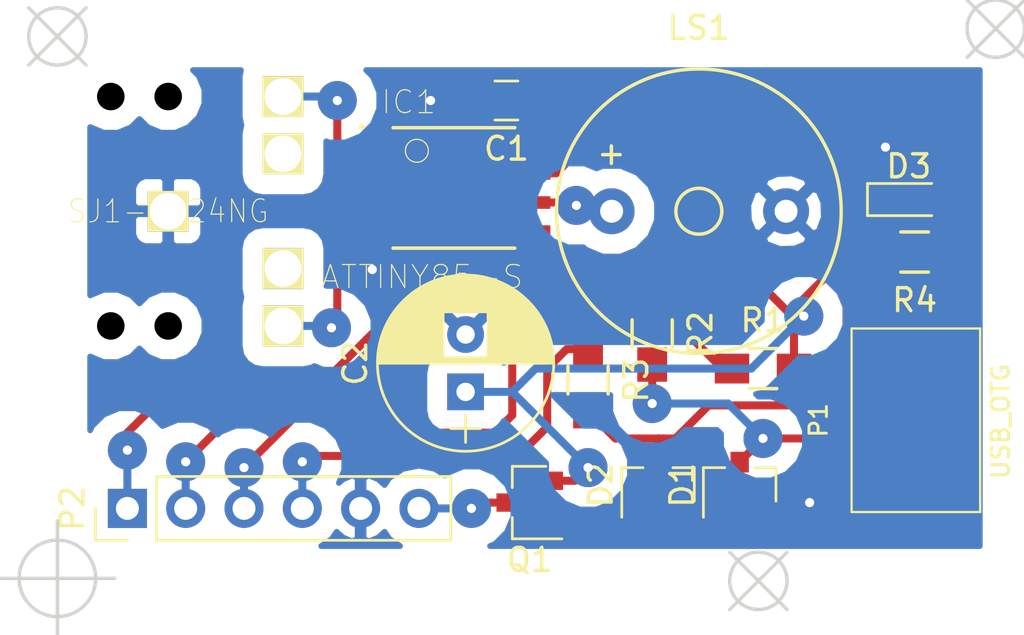
<source format=kicad_pcb>
(kicad_pcb (version 20160815) (host pcbnew "(2016-12-18 revision 3ffa37c)-master")

  (general
    (links 32)
    (no_connects 0)
    (area 0 0 0 0)
    (thickness 1.6)
    (drawings 4)
    (tracks 152)
    (zones 0)
    (modules 15)
    (nets 15)
  )

  (page USLetter)
  (layers
    (0 F.Cu signal)
    (31 B.Cu signal)
    (32 B.Adhes user)
    (33 F.Adhes user)
    (34 B.Paste user hide)
    (35 F.Paste user)
    (36 B.SilkS user hide)
    (37 F.SilkS user hide)
    (38 B.Mask user)
    (39 F.Mask user)
    (40 Dwgs.User user hide)
    (41 Cmts.User user)
    (42 Eco1.User user)
    (43 Eco2.User user hide)
    (44 Edge.Cuts user)
    (45 Margin user)
    (46 B.CrtYd user hide)
    (47 F.CrtYd user)
    (48 B.Fab user)
    (49 F.Fab user hide)
  )

  (setup
    (last_trace_width 0.35)
    (user_trace_width 0.25)
    (trace_clearance 0.25)
    (zone_clearance 0.85)
    (zone_45_only no)
    (trace_min 0.2)
    (segment_width 0.2)
    (edge_width 0.15)
    (via_size 1.7)
    (via_drill 0.4)
    (via_min_size 0.4)
    (via_min_drill 0.3)
    (uvia_size 0.3)
    (uvia_drill 0.1)
    (uvias_allowed no)
    (uvia_min_size 0.2)
    (uvia_min_drill 0.1)
    (pcb_text_width 0.3)
    (pcb_text_size 1.5 1.5)
    (mod_edge_width 0.15)
    (mod_text_size 1 1)
    (mod_text_width 0.15)
    (pad_size 1.524 1.524)
    (pad_drill 0.762)
    (pad_to_mask_clearance 0.2)
    (aux_axis_origin 0 0)
    (visible_elements FFFFFF7F)
    (pcbplotparams
      (layerselection 0x00080_7ffffffe)
      (usegerberextensions false)
      (excludeedgelayer false)
      (linewidth 0.100000)
      (plotframeref false)
      (viasonmask true)
      (mode 1)
      (useauxorigin false)
      (hpglpennumber 1)
      (hpglpenspeed 20)
      (hpglpendiameter 15)
      (psnegative false)
      (psa4output false)
      (plotreference true)
      (plotvalue true)
      (plotinvisibletext false)
      (padsonsilk false)
      (subtractmaskfromsilk false)
      (outputformat 4)
      (mirror true)
      (drillshape 0)
      (scaleselection 1)
      (outputdirectory ""))
  )

  (net 0 "")
  (net 1 GND)
  (net 2 +5V)
  (net 3 DIT)
  (net 4 DAH)
  (net 5 "Net-(U3-Pad4)")
  (net 6 "Net-(P1-Pad4)")
  (net 7 SCK)
  (net 8 MISO)
  (net 9 MOSI)
  (net 10 RESET)
  (net 11 "Net-(P2-Pad6)")
  (net 12 "Net-(D3-Pad2)")
  (net 13 "Net-(D2-Pad1)")
  (net 14 "Net-(D1-Pad1)")

  (net_class Default "This is the default net class."
    (clearance 0.25)
    (trace_width 0.35)
    (via_dia 1.7)
    (via_drill 0.4)
    (uvia_dia 0.3)
    (uvia_drill 0.1)
    (diff_pair_gap 0.25)
    (diff_pair_width 0.2)
    (add_net +5V)
    (add_net DAH)
    (add_net DIT)
    (add_net GND)
    (add_net MISO)
    (add_net MOSI)
    (add_net "Net-(D1-Pad1)")
    (add_net "Net-(D2-Pad1)")
    (add_net "Net-(D3-Pad2)")
    (add_net "Net-(P1-Pad4)")
    (add_net "Net-(P2-Pad6)")
    (add_net "Net-(U3-Pad4)")
    (add_net RESET)
    (add_net SCK)
  )

  (module LEDs:LED_0805 (layer F.Cu) (tedit 57FE93EC) (tstamp 589F80C9)
    (at 160.782 64.77)
    (descr "LED 0805 smd package")
    (tags "LED led 0805 SMD smd SMT smt smdled SMDLED smtled SMTLED")
    (path /589F7DAF)
    (attr smd)
    (fp_text reference D3 (at 0 -1.45) (layer F.SilkS)
      (effects (font (size 1 1) (thickness 0.15)))
    )
    (fp_text value LED (at 0 1.55) (layer F.Fab)
      (effects (font (size 1 1) (thickness 0.15)))
    )
    (fp_line (start -1.95 -0.85) (end 1.95 -0.85) (layer F.CrtYd) (width 0.05))
    (fp_line (start -1.95 0.85) (end -1.95 -0.85) (layer F.CrtYd) (width 0.05))
    (fp_line (start 1.95 0.85) (end -1.95 0.85) (layer F.CrtYd) (width 0.05))
    (fp_line (start 1.95 -0.85) (end 1.95 0.85) (layer F.CrtYd) (width 0.05))
    (fp_line (start -1.8 -0.7) (end 1 -0.7) (layer F.SilkS) (width 0.12))
    (fp_line (start -1.8 0.7) (end 1 0.7) (layer F.SilkS) (width 0.12))
    (fp_line (start -1 0.6) (end -1 -0.6) (layer F.Fab) (width 0.1))
    (fp_line (start -1 -0.6) (end 1 -0.6) (layer F.Fab) (width 0.1))
    (fp_line (start 1 -0.6) (end 1 0.6) (layer F.Fab) (width 0.1))
    (fp_line (start 1 0.6) (end -1 0.6) (layer F.Fab) (width 0.1))
    (fp_line (start 0.2 -0.4) (end 0.2 0.4) (layer F.Fab) (width 0.1))
    (fp_line (start 0.2 0.4) (end -0.4 0) (layer F.Fab) (width 0.1))
    (fp_line (start -0.4 0) (end 0.2 -0.4) (layer F.Fab) (width 0.1))
    (fp_line (start -0.4 -0.4) (end -0.4 0.4) (layer F.Fab) (width 0.1))
    (fp_line (start -1.8 -0.7) (end -1.8 0.7) (layer F.SilkS) (width 0.12))
    (pad 1 smd rect (at -1.1 0 180) (size 1.2 1.2) (layers F.Cu F.Paste F.Mask)
      (net 1 GND))
    (pad 2 smd rect (at 1.1 0 180) (size 1.2 1.2) (layers F.Cu F.Paste F.Mask)
      (net 12 "Net-(D3-Pad2)"))
    (model LEDs.3dshapes/LED_0805.wrl
      (at (xyz 0 0 0))
      (scale (xyz 1 1 1))
      (rotate (xyz 0 0 180))
    )
  )

  (module Resistors_SMD:R_0805_HandSoldering (layer F.Cu) (tedit 58307B90) (tstamp 589F808B)
    (at 161.036 67.056 180)
    (descr "Resistor SMD 0805, hand soldering")
    (tags "resistor 0805")
    (path /589F7D3E)
    (attr smd)
    (fp_text reference R4 (at 0 -2.1 180) (layer F.SilkS)
      (effects (font (size 1 1) (thickness 0.15)))
    )
    (fp_text value R_Small (at 0 2.1 180) (layer F.Fab)
      (effects (font (size 1 1) (thickness 0.15)))
    )
    (fp_line (start -0.6 -0.875) (end 0.6 -0.875) (layer F.SilkS) (width 0.15))
    (fp_line (start 0.6 0.875) (end -0.6 0.875) (layer F.SilkS) (width 0.15))
    (fp_line (start 2.4 -1) (end 2.4 1) (layer F.CrtYd) (width 0.05))
    (fp_line (start -2.4 -1) (end -2.4 1) (layer F.CrtYd) (width 0.05))
    (fp_line (start -2.4 1) (end 2.4 1) (layer F.CrtYd) (width 0.05))
    (fp_line (start -2.4 -1) (end 2.4 -1) (layer F.CrtYd) (width 0.05))
    (fp_line (start -1 -0.625) (end 1 -0.625) (layer F.Fab) (width 0.1))
    (fp_line (start 1 -0.625) (end 1 0.625) (layer F.Fab) (width 0.1))
    (fp_line (start 1 0.625) (end -1 0.625) (layer F.Fab) (width 0.1))
    (fp_line (start -1 0.625) (end -1 -0.625) (layer F.Fab) (width 0.1))
    (pad 2 smd rect (at 1.35 0 180) (size 1.5 1.3) (layers F.Cu F.Paste F.Mask)
      (net 2 +5V))
    (pad 1 smd rect (at -1.35 0 180) (size 1.5 1.3) (layers F.Cu F.Paste F.Mask)
      (net 12 "Net-(D3-Pad2)"))
    (model Resistors_SMD.3dshapes/R_0805_HandSoldering.wrl
      (at (xyz 0 0 0))
      (scale (xyz 1 1 1))
      (rotate (xyz 0 0 0))
    )
  )

  (module Diodes_SMD:D_SOT-23_ANK (layer F.Cu) (tedit 587CCEF9) (tstamp 589EBC3F)
    (at 149.86 77.216 90)
    (descr "SOT-23, Single Diode")
    (tags SOT-23)
    (path /58A125DD)
    (attr smd)
    (fp_text reference D2 (at 0 -2.5 90) (layer F.SilkS)
      (effects (font (size 1 1) (thickness 0.15)))
    )
    (fp_text value 3.6 (at 0 2.5 90) (layer F.Fab)
      (effects (font (size 1 1) (thickness 0.15)))
    )
    (fp_line (start -0.15 -0.45) (end -0.4 -0.45) (layer F.Fab) (width 0.1))
    (fp_line (start -0.15 -0.25) (end 0.15 -0.45) (layer F.Fab) (width 0.1))
    (fp_line (start -0.15 -0.65) (end -0.15 -0.25) (layer F.Fab) (width 0.1))
    (fp_line (start 0.15 -0.45) (end -0.15 -0.65) (layer F.Fab) (width 0.1))
    (fp_line (start 0.15 -0.45) (end 0.4 -0.45) (layer F.Fab) (width 0.1))
    (fp_line (start 0.15 -0.65) (end 0.15 -0.25) (layer F.Fab) (width 0.1))
    (fp_line (start 0.76 1.58) (end 0.76 0.65) (layer F.SilkS) (width 0.12))
    (fp_line (start 0.76 -1.58) (end 0.76 -0.65) (layer F.SilkS) (width 0.12))
    (fp_line (start 0.7 -1.52) (end 0.7 1.52) (layer F.Fab) (width 0.1))
    (fp_line (start -0.7 1.52) (end 0.7 1.52) (layer F.Fab) (width 0.1))
    (fp_line (start -1.7 -1.75) (end 1.7 -1.75) (layer F.CrtYd) (width 0.05))
    (fp_line (start 1.7 -1.75) (end 1.7 1.75) (layer F.CrtYd) (width 0.05))
    (fp_line (start 1.7 1.75) (end -1.7 1.75) (layer F.CrtYd) (width 0.05))
    (fp_line (start -1.7 1.75) (end -1.7 -1.75) (layer F.CrtYd) (width 0.05))
    (fp_line (start 0.76 -1.58) (end -1.4 -1.58) (layer F.SilkS) (width 0.12))
    (fp_line (start -0.7 -1.52) (end 0.7 -1.52) (layer F.Fab) (width 0.1))
    (fp_line (start -0.7 -1.52) (end -0.7 1.52) (layer F.Fab) (width 0.1))
    (fp_line (start 0.76 1.58) (end -0.7 1.58) (layer F.SilkS) (width 0.12))
    (pad 2 smd rect (at -1 -0.95 90) (size 0.9 0.8) (layers F.Cu F.Paste F.Mask)
      (net 1 GND))
    (pad "" smd rect (at -1 0.95 90) (size 0.9 0.8) (layers F.Cu F.Paste F.Mask))
    (pad 1 smd rect (at 1 0 90) (size 0.9 0.8) (layers F.Cu F.Paste F.Mask)
      (net 13 "Net-(D2-Pad1)"))
    (model Diodes_SMD.3dshapes/SOT-23.wrl
      (at (xyz 0 0 0))
      (scale (xyz 1 1 1))
      (rotate (xyz 0 0 90))
    )
  )

  (module Diodes_SMD:D_SOT-23_ANK (layer F.Cu) (tedit 587CCEF9) (tstamp 589EBC2C)
    (at 153.416 77.216 90)
    (descr "SOT-23, Single Diode")
    (tags SOT-23)
    (path /58A127D2)
    (attr smd)
    (fp_text reference D1 (at 0 -2.5 90) (layer F.SilkS)
      (effects (font (size 1 1) (thickness 0.15)))
    )
    (fp_text value 3.6 (at 0 2.5 90) (layer F.Fab)
      (effects (font (size 1 1) (thickness 0.15)))
    )
    (fp_line (start 0.76 1.58) (end -0.7 1.58) (layer F.SilkS) (width 0.12))
    (fp_line (start -0.7 -1.52) (end -0.7 1.52) (layer F.Fab) (width 0.1))
    (fp_line (start -0.7 -1.52) (end 0.7 -1.52) (layer F.Fab) (width 0.1))
    (fp_line (start 0.76 -1.58) (end -1.4 -1.58) (layer F.SilkS) (width 0.12))
    (fp_line (start -1.7 1.75) (end -1.7 -1.75) (layer F.CrtYd) (width 0.05))
    (fp_line (start 1.7 1.75) (end -1.7 1.75) (layer F.CrtYd) (width 0.05))
    (fp_line (start 1.7 -1.75) (end 1.7 1.75) (layer F.CrtYd) (width 0.05))
    (fp_line (start -1.7 -1.75) (end 1.7 -1.75) (layer F.CrtYd) (width 0.05))
    (fp_line (start -0.7 1.52) (end 0.7 1.52) (layer F.Fab) (width 0.1))
    (fp_line (start 0.7 -1.52) (end 0.7 1.52) (layer F.Fab) (width 0.1))
    (fp_line (start 0.76 -1.58) (end 0.76 -0.65) (layer F.SilkS) (width 0.12))
    (fp_line (start 0.76 1.58) (end 0.76 0.65) (layer F.SilkS) (width 0.12))
    (fp_line (start 0.15 -0.65) (end 0.15 -0.25) (layer F.Fab) (width 0.1))
    (fp_line (start 0.15 -0.45) (end 0.4 -0.45) (layer F.Fab) (width 0.1))
    (fp_line (start 0.15 -0.45) (end -0.15 -0.65) (layer F.Fab) (width 0.1))
    (fp_line (start -0.15 -0.65) (end -0.15 -0.25) (layer F.Fab) (width 0.1))
    (fp_line (start -0.15 -0.25) (end 0.15 -0.45) (layer F.Fab) (width 0.1))
    (fp_line (start -0.15 -0.45) (end -0.4 -0.45) (layer F.Fab) (width 0.1))
    (pad 1 smd rect (at 1 0 90) (size 0.9 0.8) (layers F.Cu F.Paste F.Mask)
      (net 14 "Net-(D1-Pad1)"))
    (pad "" smd rect (at -1 0.95 90) (size 0.9 0.8) (layers F.Cu F.Paste F.Mask))
    (pad 2 smd rect (at -1 -0.95 90) (size 0.9 0.8) (layers F.Cu F.Paste F.Mask)
      (net 1 GND))
    (model Diodes_SMD.3dshapes/SOT-23.wrl
      (at (xyz 0 0 0))
      (scale (xyz 1 1 1))
      (rotate (xyz 0 0 90))
    )
  )

  (module ATTINY85-20SU:SOIC127P798X216-8N (layer F.Cu) (tedit 0) (tstamp 58995D00)
    (at 140.97 64.262)
    (path /5897E12A)
    (solder_mask_margin 0.1)
    (attr smd)
    (fp_text reference IC1 (at -1.969 -3.7425) (layer F.SilkS)
      (effects (font (size 1 1) (thickness 0.05)))
    )
    (fp_text value ATTINY85-S (at -1.384 3.879) (layer F.SilkS)
      (effects (font (size 1 1) (thickness 0.05)))
    )
    (fp_line (start -2.65 2.625) (end -2.65 -2.625) (layer Dwgs.User) (width 0.1524))
    (fp_line (start 2.65 2.625) (end 2.65 -2.625) (layer Dwgs.User) (width 0.1524))
    (fp_circle (center -1.615 -1.62) (end -1.115 -1.62) (layer F.SilkS) (width 0.0508))
    (fp_line (start -2.65 -2.625) (end 2.65 -2.625) (layer F.SilkS) (width 0.1524))
    (fp_line (start -2.65 2.625) (end 2.65 2.625) (layer F.SilkS) (width 0.1524))
    (fp_poly (pts (xy -4 -2.105) (xy -2.65 -2.105) (xy -2.65 -1.705) (xy -4 -1.705)) (layer Dwgs.User) (width 0.381))
    (fp_poly (pts (xy -4 -0.835) (xy -2.65 -0.835) (xy -2.65 -0.435) (xy -4 -0.435)) (layer Dwgs.User) (width 0.381))
    (fp_poly (pts (xy -4 0.435) (xy -2.65 0.435) (xy -2.65 0.835) (xy -4 0.835)) (layer Dwgs.User) (width 0.381))
    (fp_poly (pts (xy -4 1.705) (xy -2.65 1.705) (xy -2.65 2.105) (xy -4 2.105)) (layer Dwgs.User) (width 0.381))
    (fp_poly (pts (xy 2.65 -2.105) (xy 4 -2.105) (xy 4 -1.705) (xy 2.65 -1.705)) (layer Dwgs.User) (width 0.381))
    (fp_poly (pts (xy 2.65 -0.835) (xy 4 -0.835) (xy 4 -0.435) (xy 2.65 -0.435)) (layer Dwgs.User) (width 0.381))
    (fp_poly (pts (xy 2.65 0.435) (xy 4 0.435) (xy 4 0.835) (xy 2.65 0.835)) (layer Dwgs.User) (width 0.381))
    (fp_poly (pts (xy 2.65 1.705) (xy 4 1.705) (xy 4 2.105) (xy 2.65 2.105)) (layer Dwgs.User) (width 0.381))
    (fp_circle (center -4 -2.65) (end -3.873 -2.65) (layer F.SilkS) (width 0))
    (fp_line (start -4.5 -3) (end -4.5 3) (layer Dwgs.User) (width 0.05))
    (fp_line (start -4.5 3) (end 4.5 3) (layer Dwgs.User) (width 0.05))
    (fp_line (start 4.5 3) (end 4.5 -3) (layer Dwgs.User) (width 0.05))
    (fp_line (start 4.5 -3) (end -4.5 -3) (layer Dwgs.User) (width 0.05))
    (pad 1 smd rect (at -3.45 -1.905 270) (size 0.55 1.5) (layers F.Cu F.Paste F.Mask)
      (net 10 RESET) (solder_mask_margin 0.2))
    (pad 2 smd rect (at -3.45 -0.635 270) (size 0.55 1.5) (layers F.Cu F.Paste F.Mask)
      (net 4 DAH) (solder_mask_margin 0.2))
    (pad 3 smd rect (at -3.45 0.635 270) (size 0.55 1.5) (layers F.Cu F.Paste F.Mask)
      (net 3 DIT) (solder_mask_margin 0.2))
    (pad 4 smd rect (at -3.45 1.905 270) (size 0.55 1.5) (layers F.Cu F.Paste F.Mask)
      (net 1 GND) (solder_mask_margin 0.2))
    (pad 8 smd rect (at 3.45 -1.905 270) (size 0.55 1.5) (layers F.Cu F.Paste F.Mask)
      (net 2 +5V) (solder_mask_margin 0.2))
    (pad 7 smd rect (at 3.45 -0.635 270) (size 0.55 1.5) (layers F.Cu F.Paste F.Mask)
      (net 7 SCK) (solder_mask_margin 0.2))
    (pad 6 smd rect (at 3.45 0.635 270) (size 0.55 1.5) (layers F.Cu F.Paste F.Mask)
      (net 8 MISO) (solder_mask_margin 0.2))
    (pad 5 smd rect (at 3.45 1.905 270) (size 0.55 1.5) (layers F.Cu F.Paste F.Mask)
      (net 9 MOSI) (solder_mask_margin 0.2))
  )

  (module Resistors_SMD:R_0805_HandSoldering (layer F.Cu) (tedit 58307B90) (tstamp 58994D69)
    (at 146.812 72.644 270)
    (descr "Resistor SMD 0805, hand soldering")
    (tags "resistor 0805")
    (path /589947A9)
    (attr smd)
    (fp_text reference R3 (at 0 -2.1 270) (layer F.SilkS)
      (effects (font (size 1 1) (thickness 0.15)))
    )
    (fp_text value 47 (at 0 2.1 270) (layer F.Fab)
      (effects (font (size 1 1) (thickness 0.15)))
    )
    (fp_line (start -0.6 -0.875) (end 0.6 -0.875) (layer F.SilkS) (width 0.15))
    (fp_line (start 0.6 0.875) (end -0.6 0.875) (layer F.SilkS) (width 0.15))
    (fp_line (start 2.4 -1) (end 2.4 1) (layer F.CrtYd) (width 0.05))
    (fp_line (start -2.4 -1) (end -2.4 1) (layer F.CrtYd) (width 0.05))
    (fp_line (start -2.4 1) (end 2.4 1) (layer F.CrtYd) (width 0.05))
    (fp_line (start -2.4 -1) (end 2.4 -1) (layer F.CrtYd) (width 0.05))
    (fp_line (start -1 -0.625) (end 1 -0.625) (layer F.Fab) (width 0.1))
    (fp_line (start 1 -0.625) (end 1 0.625) (layer F.Fab) (width 0.1))
    (fp_line (start 1 0.625) (end -1 0.625) (layer F.Fab) (width 0.1))
    (fp_line (start -1 0.625) (end -1 -0.625) (layer F.Fab) (width 0.1))
    (pad 2 smd rect (at 1.35 0 270) (size 1.5 1.3) (layers F.Cu F.Paste F.Mask)
      (net 13 "Net-(D2-Pad1)"))
    (pad 1 smd rect (at -1.35 0 270) (size 1.5 1.3) (layers F.Cu F.Paste F.Mask)
      (net 9 MOSI))
    (model Resistors_SMD.3dshapes/R_0805_HandSoldering.wrl
      (at (xyz 0 0 0))
      (scale (xyz 1 1 1))
      (rotate (xyz 0 0 0))
    )
  )

  (module Resistors_SMD:R_0805_HandSoldering (layer F.Cu) (tedit 58307B90) (tstamp 58994D59)
    (at 149.606 70.612 270)
    (descr "Resistor SMD 0805, hand soldering")
    (tags "resistor 0805")
    (path /5899475B)
    (attr smd)
    (fp_text reference R2 (at 0 -2.1 270) (layer F.SilkS)
      (effects (font (size 1 1) (thickness 0.15)))
    )
    (fp_text value 47 (at 0 2.1 270) (layer F.Fab)
      (effects (font (size 1 1) (thickness 0.15)))
    )
    (fp_line (start -1 0.625) (end -1 -0.625) (layer F.Fab) (width 0.1))
    (fp_line (start 1 0.625) (end -1 0.625) (layer F.Fab) (width 0.1))
    (fp_line (start 1 -0.625) (end 1 0.625) (layer F.Fab) (width 0.1))
    (fp_line (start -1 -0.625) (end 1 -0.625) (layer F.Fab) (width 0.1))
    (fp_line (start -2.4 -1) (end 2.4 -1) (layer F.CrtYd) (width 0.05))
    (fp_line (start -2.4 1) (end 2.4 1) (layer F.CrtYd) (width 0.05))
    (fp_line (start -2.4 -1) (end -2.4 1) (layer F.CrtYd) (width 0.05))
    (fp_line (start 2.4 -1) (end 2.4 1) (layer F.CrtYd) (width 0.05))
    (fp_line (start 0.6 0.875) (end -0.6 0.875) (layer F.SilkS) (width 0.15))
    (fp_line (start -0.6 -0.875) (end 0.6 -0.875) (layer F.SilkS) (width 0.15))
    (pad 1 smd rect (at -1.35 0 270) (size 1.5 1.3) (layers F.Cu F.Paste F.Mask)
      (net 7 SCK))
    (pad 2 smd rect (at 1.35 0 270) (size 1.5 1.3) (layers F.Cu F.Paste F.Mask)
      (net 14 "Net-(D1-Pad1)"))
    (model Resistors_SMD.3dshapes/R_0805_HandSoldering.wrl
      (at (xyz 0 0 0))
      (scale (xyz 1 1 1))
      (rotate (xyz 0 0 0))
    )
  )

  (module Resistors_SMD:R_0805_HandSoldering (layer F.Cu) (tedit 58307B90) (tstamp 58994D49)
    (at 154.432 72.136)
    (descr "Resistor SMD 0805, hand soldering")
    (tags "resistor 0805")
    (path /58981AF1)
    (attr smd)
    (fp_text reference R1 (at 0 -2.1) (layer F.SilkS)
      (effects (font (size 1 1) (thickness 0.15)))
    )
    (fp_text value 2.2k (at 0 2.1) (layer F.Fab)
      (effects (font (size 1 1) (thickness 0.15)))
    )
    (fp_line (start -0.6 -0.875) (end 0.6 -0.875) (layer F.SilkS) (width 0.15))
    (fp_line (start 0.6 0.875) (end -0.6 0.875) (layer F.SilkS) (width 0.15))
    (fp_line (start 2.4 -1) (end 2.4 1) (layer F.CrtYd) (width 0.05))
    (fp_line (start -2.4 -1) (end -2.4 1) (layer F.CrtYd) (width 0.05))
    (fp_line (start -2.4 1) (end 2.4 1) (layer F.CrtYd) (width 0.05))
    (fp_line (start -2.4 -1) (end 2.4 -1) (layer F.CrtYd) (width 0.05))
    (fp_line (start -1 -0.625) (end 1 -0.625) (layer F.Fab) (width 0.1))
    (fp_line (start 1 -0.625) (end 1 0.625) (layer F.Fab) (width 0.1))
    (fp_line (start 1 0.625) (end -1 0.625) (layer F.Fab) (width 0.1))
    (fp_line (start -1 0.625) (end -1 -0.625) (layer F.Fab) (width 0.1))
    (pad 2 smd rect (at 1.35 0) (size 1.5 1.3) (layers F.Cu F.Paste F.Mask)
      (net 2 +5V))
    (pad 1 smd rect (at -1.35 0) (size 1.5 1.3) (layers F.Cu F.Paste F.Mask)
      (net 9 MOSI))
    (model Resistors_SMD.3dshapes/R_0805_HandSoldering.wrl
      (at (xyz 0 0 0))
      (scale (xyz 1 1 1))
      (rotate (xyz 0 0 0))
    )
  )

  (module azbuka:MICRO-B_USB-INVERTED (layer F.Cu) (tedit 5897FBCA) (tstamp 589832CC)
    (at 162.69 74.39 90)
    (path /5897E193)
    (fp_text reference P1 (at 0 -5.842 90) (layer F.SilkS)
      (effects (font (size 0.762 0.762) (thickness 0.127)))
    )
    (fp_text value USB_OTG (at -0.05 2.09 90) (layer F.SilkS)
      (effects (font (size 0.762 0.762) (thickness 0.127)))
    )
    (fp_line (start -4.0005 1.00076) (end -4.0005 -4.39928) (layer F.SilkS) (width 0.09906))
    (fp_line (start 4.0005 1.19888) (end -4.0005 1.19888) (layer F.SilkS) (width 0.09906))
    (fp_line (start 4.0005 -4.39928) (end 4.0005 1.00076) (layer F.SilkS) (width 0.09906))
    (fp_line (start -4.0005 -4.39928) (end 4.0005 -4.39928) (layer F.SilkS) (width 0.09906))
    (fp_line (start 4.0005 1.00076) (end 4.0005 1.19888) (layer F.SilkS) (width 0.09906))
    (fp_line (start -4.0005 1.00076) (end -4.0005 1.19888) (layer F.SilkS) (width 0.09906))
    (pad "" smd rect (at -3.79984 -1.4478 90) (size 2 1.89738) (layers F.Cu F.Paste F.Mask))
    (pad "" smd rect (at 3.81 -3.99796 90) (size 2.5 1.59766) (layers F.Cu F.Paste F.Mask))
    (pad 1 smd rect (at 1.29794 -4.12496 90) (size 0.39878 1.3462) (layers F.Cu F.Paste F.Mask)
      (net 2 +5V) (clearance 0.2032))
    (pad 2 smd rect (at 0.6477 -4.12496 90) (size 0.39878 1.3462) (layers F.Cu F.Paste F.Mask)
      (net 13 "Net-(D2-Pad1)") (clearance 0.2032))
    (pad 3 smd rect (at 0 -4.12496 90) (size 0.39878 1.3462) (layers F.Cu F.Paste F.Mask)
      (net 14 "Net-(D1-Pad1)") (clearance 0.2032))
    (pad 4 smd rect (at -0.6477 -4.12496 90) (size 0.39878 1.3462) (layers F.Cu F.Paste F.Mask)
      (net 6 "Net-(P1-Pad4)") (clearance 0.2032))
    (pad 5 smd rect (at -1.29794 -4.12496 90) (size 0.39878 1.3462) (layers F.Cu F.Paste F.Mask)
      (net 1 GND) (clearance 0.2032))
    (pad "" smd rect (at -3.556 -3.99796 90) (size 2.5 1.59766) (layers F.Cu F.Paste F.Mask))
    (pad "" smd rect (at 4.064 -1.4478 90) (size 2 1.89738) (layers F.Cu F.Paste F.Mask))
    (pad "" smd rect (at 1.19888 -1.4478 90) (size 1.89992 1.89738) (layers F.Cu F.Paste F.Mask))
    (pad "" smd rect (at -1.19888 -1.4478 90) (size 1.89738 1.89738) (layers F.Cu F.Paste F.Mask))
  )

  (module azbuka:PIN-4_MODIFIED_NO_HOLES (layer F.Cu) (tedit 5897FA1C) (tstamp 58982D41)
    (at 128.524 65.278)
    (descr "3.5 mm Right-Angle Stereo Jack, 4 Pin PCB Mount, Isolated Ground")
    (path /5897E30F)
    (solder_mask_margin 0.1)
    (fp_text reference U3 (at 0 0) (layer F.SilkS)
      (effects (font (size 1 0.9) (thickness 0.05)))
    )
    (fp_text value SJ1-3524NG (at 0 0) (layer F.SilkS)
      (effects (font (size 1 0.9) (thickness 0.05)))
    )
    (fp_line (start -3.3 5.5) (end 8.7 5.5) (layer Dwgs.User) (width 0))
    (fp_line (start 8.7 5.5) (end 8.7 -5.5) (layer Dwgs.User) (width 0))
    (fp_line (start 8.7 -5.5) (end -3.3 -5.5) (layer Dwgs.User) (width 0))
    (fp_line (start -3.3 -5.5) (end -3.3 -4.5) (layer Dwgs.User) (width 0))
    (fp_line (start -3.3 -2) (end -3.3 2) (layer Dwgs.User) (width 0))
    (fp_line (start -3.3 4.5) (end -3.3 5.5) (layer Dwgs.User) (width 0))
    (fp_line (start -4.5 -4.5) (end -3.3 -4.5) (layer Dwgs.User) (width 0))
    (fp_line (start -4.5 4.5) (end -3.3 4.5) (layer Dwgs.User) (width 0))
    (fp_line (start -4.5 -2) (end -3.3 -2) (layer Dwgs.User) (width 0))
    (fp_line (start -4.5 2) (end -3.3 2) (layer Dwgs.User) (width 0))
    (fp_line (start -4.5 -4.5) (end -4.5 -2) (layer Dwgs.User) (width 0))
    (fp_line (start -4.5 2) (end -4.5 4.5) (layer Dwgs.User) (width 0))
    (pad Hole np_thru_hole circle (at 0 -5) (size 1.2 1.2) (drill 1.2) (layers))
    (pad Hole np_thru_hole circle (at -2.5 -5) (size 1.2 1.2) (drill 1.2) (layers))
    (pad 3 thru_hole rect (at 5 -5) (size 1.778 1.778) (drill 1.6) (layers *.Cu *.Mask F.SilkS)
      (net 4 DAH) (solder_mask_margin 0.2))
    (pad 2 thru_hole rect (at 5 5) (size 1.778 1.778) (drill 1.6) (layers *.Cu *.Mask F.SilkS)
      (net 3 DIT) (solder_mask_margin 0.2))
    (pad 5 thru_hole rect (at 5 -2.5) (size 1.778 1.778) (drill 1.6) (layers *.Cu *.Mask F.SilkS)
      (solder_mask_margin 0.2))
    (pad 4 thru_hole rect (at 5 2.5) (size 1.778 1.778) (drill 1.6) (layers *.Cu *.Mask F.SilkS)
      (net 5 "Net-(U3-Pad4)") (solder_mask_margin 0.2))
    (pad 1 thru_hole rect (at 0 0) (size 1.778 1.778) (drill 1.6) (layers *.Cu *.Mask F.SilkS)
      (net 1 GND) (solder_mask_margin 0.2))
    (pad Hole np_thru_hole circle (at 0 5) (size 1.2 1.2) (drill 1.2) (layers))
    (pad Hole np_thru_hole circle (at -2.5 5) (size 1.2 1.2) (drill 1.2) (layers))
  )

  (module azbuka:MOSFET-SOT-23 (layer F.Cu) (tedit 5897F3FC) (tstamp 589828D6)
    (at 144.272 77.978 180)
    (descr "SOT-23, Standard")
    (tags SOT-23)
    (path /5897F809)
    (attr smd)
    (fp_text reference Q1 (at 0 -2.5 180) (layer F.SilkS)
      (effects (font (size 1 1) (thickness 0.15)))
    )
    (fp_text value MOSFET_P_CH (at 0 2.5 180) (layer F.Fab)
      (effects (font (size 1 1) (thickness 0.15)))
    )
    (fp_line (start 0.76 1.58) (end -0.7 1.58) (layer F.SilkS) (width 0.12))
    (fp_line (start 0.76 -1.58) (end -1.4 -1.58) (layer F.SilkS) (width 0.12))
    (fp_line (start -1.7 1.75) (end -1.7 -1.75) (layer F.CrtYd) (width 0.05))
    (fp_line (start 1.7 1.75) (end -1.7 1.75) (layer F.CrtYd) (width 0.05))
    (fp_line (start 1.7 -1.75) (end 1.7 1.75) (layer F.CrtYd) (width 0.05))
    (fp_line (start -1.7 -1.75) (end 1.7 -1.75) (layer F.CrtYd) (width 0.05))
    (fp_line (start 0.76 -1.58) (end 0.76 -0.65) (layer F.SilkS) (width 0.12))
    (fp_line (start 0.76 1.58) (end 0.76 0.65) (layer F.SilkS) (width 0.12))
    (fp_line (start -0.7 1.52) (end 0.7 1.52) (layer F.Fab) (width 0.1))
    (fp_line (start 0.7 -1.52) (end 0.7 1.52) (layer F.Fab) (width 0.1))
    (fp_line (start -0.7 -0.95) (end -0.15 -1.52) (layer F.Fab) (width 0.1))
    (fp_line (start -0.15 -1.52) (end 0.7 -1.52) (layer F.Fab) (width 0.1))
    (fp_line (start -0.7 -0.95) (end -0.7 1.5) (layer F.Fab) (width 0.1))
    (pad D smd rect (at 1 0 180) (size 0.9 0.8) (layers F.Cu F.Paste F.Mask)
      (net 11 "Net-(P2-Pad6)"))
    (pad S smd rect (at -1 0.95 180) (size 0.9 0.8) (layers F.Cu F.Paste F.Mask)
      (net 2 +5V))
    (pad G smd rect (at -1 -0.95 180) (size 0.9 0.8) (layers F.Cu F.Paste F.Mask)
      (net 1 GND))
    (model TO_SOT_Packages_SMD.3dshapes/SOT-23.wrl
      (at (xyz 0 0 0))
      (scale (xyz 1 1 1))
      (rotate (xyz 0 0 90))
    )
  )

  (module Pin_Headers:Pin_Header_Straight_1x06_Pitch2.54mm (layer F.Cu) (tedit 5862ED52) (tstamp 5898271F)
    (at 126.746 78.232 90)
    (descr "Through hole straight pin header, 1x06, 2.54mm pitch, single row")
    (tags "Through hole pin header THT 1x06 2.54mm single row")
    (path /5897F707)
    (fp_text reference P2 (at 0 -2.39 90) (layer F.SilkS)
      (effects (font (size 1 1) (thickness 0.15)))
    )
    (fp_text value CONN_01X06 (at 0 15.09 90) (layer F.Fab)
      (effects (font (size 1 1) (thickness 0.15)))
    )
    (fp_line (start 1.6 -1.6) (end -1.6 -1.6) (layer F.CrtYd) (width 0.05))
    (fp_line (start 1.6 14.3) (end 1.6 -1.6) (layer F.CrtYd) (width 0.05))
    (fp_line (start -1.6 14.3) (end 1.6 14.3) (layer F.CrtYd) (width 0.05))
    (fp_line (start -1.6 -1.6) (end -1.6 14.3) (layer F.CrtYd) (width 0.05))
    (fp_line (start -1.39 -1.39) (end 0 -1.39) (layer F.SilkS) (width 0.12))
    (fp_line (start -1.39 0) (end -1.39 -1.39) (layer F.SilkS) (width 0.12))
    (fp_line (start 1.39 1.27) (end -1.39 1.27) (layer F.SilkS) (width 0.12))
    (fp_line (start 1.39 14.09) (end 1.39 1.27) (layer F.SilkS) (width 0.12))
    (fp_line (start -1.39 14.09) (end 1.39 14.09) (layer F.SilkS) (width 0.12))
    (fp_line (start -1.39 1.27) (end -1.39 14.09) (layer F.SilkS) (width 0.12))
    (fp_line (start 1.27 -1.27) (end -1.27 -1.27) (layer F.Fab) (width 0.1))
    (fp_line (start 1.27 13.97) (end 1.27 -1.27) (layer F.Fab) (width 0.1))
    (fp_line (start -1.27 13.97) (end 1.27 13.97) (layer F.Fab) (width 0.1))
    (fp_line (start -1.27 -1.27) (end -1.27 13.97) (layer F.Fab) (width 0.1))
    (pad 6 thru_hole oval (at 0 12.7 90) (size 1.7 1.7) (drill 1) (layers *.Cu *.Mask)
      (net 11 "Net-(P2-Pad6)"))
    (pad 5 thru_hole oval (at 0 10.16 90) (size 1.7 1.7) (drill 1) (layers *.Cu *.Mask)
      (net 1 GND))
    (pad 4 thru_hole oval (at 0 7.62 90) (size 1.7 1.7) (drill 1) (layers *.Cu *.Mask)
      (net 9 MOSI))
    (pad 3 thru_hole oval (at 0 5.08 90) (size 1.7 1.7) (drill 1) (layers *.Cu *.Mask)
      (net 8 MISO))
    (pad 2 thru_hole oval (at 0 2.54 90) (size 1.7 1.7) (drill 1) (layers *.Cu *.Mask)
      (net 7 SCK))
    (pad 1 thru_hole rect (at 0 0 90) (size 1.7 1.7) (drill 1) (layers *.Cu *.Mask)
      (net 10 RESET))
    (model Pin_Headers.3dshapes/Pin_Header_Straight_1x06_Pitch2.54mm.wrl
      (at (xyz 0 -0.25 0))
      (scale (xyz 1 1 1))
      (rotate (xyz 0 0 90))
    )
  )

  (module Buzzers_Beepers:Buzzer_12x9.5RM7.6 (layer F.Cu) (tedit 544E361A) (tstamp 58982075)
    (at 151.638 65.278)
    (descr "Generic Buzzer, D12mm height 9.5mm with RM7.6mm")
    (tags buzzer)
    (path /5897E1E1)
    (fp_text reference LS1 (at 0 -8.001) (layer F.SilkS)
      (effects (font (size 1 1) (thickness 0.15)))
    )
    (fp_text value Speaker (at -1.00076 8.001) (layer F.Fab)
      (effects (font (size 1 1) (thickness 0.15)))
    )
    (fp_circle (center 0 0) (end 6.20014 0) (layer F.SilkS) (width 0.15))
    (fp_text user + (at -3.81 -2.54) (layer F.SilkS)
      (effects (font (size 1 1) (thickness 0.15)))
    )
    (fp_circle (center 0 0) (end 1.00076 0) (layer F.SilkS) (width 0.15))
    (pad 2 thru_hole circle (at 3.79984 0) (size 2 2) (drill 1.00076) (layers *.Cu *.Mask)
      (net 1 GND))
    (pad 1 thru_hole circle (at -3.79984 0) (size 2 2) (drill 1.00076) (layers *.Cu *.Mask)
      (net 8 MISO))
    (model Buzzers_Beepers.3dshapes/Buzzer_12x9.5RM7.6.wrl
      (at (xyz 0 0 0))
      (scale (xyz 4 4 4))
      (rotate (xyz 0 0 0))
    )
  )

  (module Capacitors_SMD:C_0805_HandSoldering (layer F.Cu) (tedit 541A9B8D) (tstamp 58981E11)
    (at 143.256 60.452 180)
    (descr "Capacitor SMD 0805, hand soldering")
    (tags "capacitor 0805")
    (path /5897ECCB)
    (attr smd)
    (fp_text reference C1 (at 0 -2.1 180) (layer F.SilkS)
      (effects (font (size 1 1) (thickness 0.15)))
    )
    (fp_text value 0.1u (at 0 2.1 180) (layer F.Fab)
      (effects (font (size 1 1) (thickness 0.15)))
    )
    (fp_line (start -0.5 0.85) (end 0.5 0.85) (layer F.SilkS) (width 0.12))
    (fp_line (start 0.5 -0.85) (end -0.5 -0.85) (layer F.SilkS) (width 0.12))
    (fp_line (start 2.3 -1) (end 2.3 1) (layer F.CrtYd) (width 0.05))
    (fp_line (start -2.3 -1) (end -2.3 1) (layer F.CrtYd) (width 0.05))
    (fp_line (start -2.3 1) (end 2.3 1) (layer F.CrtYd) (width 0.05))
    (fp_line (start -2.3 -1) (end 2.3 -1) (layer F.CrtYd) (width 0.05))
    (fp_line (start -1 -0.625) (end 1 -0.625) (layer F.Fab) (width 0.1))
    (fp_line (start 1 -0.625) (end 1 0.625) (layer F.Fab) (width 0.1))
    (fp_line (start 1 0.625) (end -1 0.625) (layer F.Fab) (width 0.1))
    (fp_line (start -1 0.625) (end -1 -0.625) (layer F.Fab) (width 0.1))
    (pad 2 smd rect (at 1.25 0 180) (size 1.5 1.25) (layers F.Cu F.Paste F.Mask)
      (net 1 GND))
    (pad 1 smd rect (at -1.25 0 180) (size 1.5 1.25) (layers F.Cu F.Paste F.Mask)
      (net 2 +5V))
    (model Capacitors_SMD.3dshapes/C_0805_HandSoldering.wrl
      (at (xyz 0 0 0))
      (scale (xyz 1 1 1))
      (rotate (xyz 0 0 0))
    )
  )

  (module Capacitors_THT:CP_Radial_D7.5mm_P2.50mm (layer F.Cu) (tedit 58765D06) (tstamp 58981E01)
    (at 141.478 73.152 90)
    (descr "CP, Radial series, Radial, pin pitch=2.50mm, , diameter=7.5mm, Electrolytic Capacitor")
    (tags "CP Radial series Radial pin pitch 2.50mm  diameter 7.5mm Electrolytic Capacitor")
    (path /5897ED27)
    (fp_text reference C2 (at 1.25 -4.81 90) (layer F.SilkS)
      (effects (font (size 1 1) (thickness 0.15)))
    )
    (fp_text value 33u (at 1.25 4.81 90) (layer F.Fab)
      (effects (font (size 1 1) (thickness 0.15)))
    )
    (fp_line (start 5.35 -4.1) (end -2.85 -4.1) (layer F.CrtYd) (width 0.05))
    (fp_line (start 5.35 4.1) (end 5.35 -4.1) (layer F.CrtYd) (width 0.05))
    (fp_line (start -2.85 4.1) (end 5.35 4.1) (layer F.CrtYd) (width 0.05))
    (fp_line (start -2.85 -4.1) (end -2.85 4.1) (layer F.CrtYd) (width 0.05))
    (fp_line (start -1.6 -0.65) (end -1.6 0.65) (layer F.SilkS) (width 0.12))
    (fp_line (start -2.2 0) (end -1 0) (layer F.SilkS) (width 0.12))
    (fp_line (start 5.051 -0.513) (end 5.051 0.513) (layer F.SilkS) (width 0.12))
    (fp_line (start 5.011 -0.74) (end 5.011 0.74) (layer F.SilkS) (width 0.12))
    (fp_line (start 4.971 -0.913) (end 4.971 0.913) (layer F.SilkS) (width 0.12))
    (fp_line (start 4.931 -1.057) (end 4.931 1.057) (layer F.SilkS) (width 0.12))
    (fp_line (start 4.891 -1.184) (end 4.891 1.184) (layer F.SilkS) (width 0.12))
    (fp_line (start 4.851 -1.297) (end 4.851 1.297) (layer F.SilkS) (width 0.12))
    (fp_line (start 4.811 -1.4) (end 4.811 1.4) (layer F.SilkS) (width 0.12))
    (fp_line (start 4.771 -1.495) (end 4.771 1.495) (layer F.SilkS) (width 0.12))
    (fp_line (start 4.731 -1.584) (end 4.731 1.584) (layer F.SilkS) (width 0.12))
    (fp_line (start 4.691 -1.667) (end 4.691 1.667) (layer F.SilkS) (width 0.12))
    (fp_line (start 4.651 -1.745) (end 4.651 1.745) (layer F.SilkS) (width 0.12))
    (fp_line (start 4.611 -1.82) (end 4.611 1.82) (layer F.SilkS) (width 0.12))
    (fp_line (start 4.571 -1.89) (end 4.571 1.89) (layer F.SilkS) (width 0.12))
    (fp_line (start 4.531 -1.957) (end 4.531 1.957) (layer F.SilkS) (width 0.12))
    (fp_line (start 4.491 -2.022) (end 4.491 2.022) (layer F.SilkS) (width 0.12))
    (fp_line (start 4.451 -2.083) (end 4.451 2.083) (layer F.SilkS) (width 0.12))
    (fp_line (start 4.411 -2.142) (end 4.411 2.142) (layer F.SilkS) (width 0.12))
    (fp_line (start 4.371 -2.199) (end 4.371 2.199) (layer F.SilkS) (width 0.12))
    (fp_line (start 4.331 -2.254) (end 4.331 2.254) (layer F.SilkS) (width 0.12))
    (fp_line (start 4.291 -2.307) (end 4.291 2.307) (layer F.SilkS) (width 0.12))
    (fp_line (start 4.251 -2.357) (end 4.251 2.357) (layer F.SilkS) (width 0.12))
    (fp_line (start 4.211 -2.407) (end 4.211 2.407) (layer F.SilkS) (width 0.12))
    (fp_line (start 4.171 -2.454) (end 4.171 2.454) (layer F.SilkS) (width 0.12))
    (fp_line (start 4.131 -2.5) (end 4.131 2.5) (layer F.SilkS) (width 0.12))
    (fp_line (start 4.091 -2.545) (end 4.091 2.545) (layer F.SilkS) (width 0.12))
    (fp_line (start 4.051 -2.588) (end 4.051 2.588) (layer F.SilkS) (width 0.12))
    (fp_line (start 4.011 -2.63) (end 4.011 2.63) (layer F.SilkS) (width 0.12))
    (fp_line (start 3.971 -2.671) (end 3.971 2.671) (layer F.SilkS) (width 0.12))
    (fp_line (start 3.931 -2.711) (end 3.931 2.711) (layer F.SilkS) (width 0.12))
    (fp_line (start 3.891 -2.749) (end 3.891 2.749) (layer F.SilkS) (width 0.12))
    (fp_line (start 3.851 -2.786) (end 3.851 2.786) (layer F.SilkS) (width 0.12))
    (fp_line (start 3.811 -2.823) (end 3.811 2.823) (layer F.SilkS) (width 0.12))
    (fp_line (start 3.771 -2.858) (end 3.771 2.858) (layer F.SilkS) (width 0.12))
    (fp_line (start 3.731 -2.892) (end 3.731 2.892) (layer F.SilkS) (width 0.12))
    (fp_line (start 3.691 -2.926) (end 3.691 2.926) (layer F.SilkS) (width 0.12))
    (fp_line (start 3.651 -2.958) (end 3.651 2.958) (layer F.SilkS) (width 0.12))
    (fp_line (start 3.611 -2.99) (end 3.611 2.99) (layer F.SilkS) (width 0.12))
    (fp_line (start 3.571 -3.02) (end 3.571 3.02) (layer F.SilkS) (width 0.12))
    (fp_line (start 3.531 -3.05) (end 3.531 3.05) (layer F.SilkS) (width 0.12))
    (fp_line (start 3.491 -3.079) (end 3.491 3.079) (layer F.SilkS) (width 0.12))
    (fp_line (start 3.451 0.98) (end 3.451 3.108) (layer F.SilkS) (width 0.12))
    (fp_line (start 3.451 -3.108) (end 3.451 -0.98) (layer F.SilkS) (width 0.12))
    (fp_line (start 3.411 0.98) (end 3.411 3.135) (layer F.SilkS) (width 0.12))
    (fp_line (start 3.411 -3.135) (end 3.411 -0.98) (layer F.SilkS) (width 0.12))
    (fp_line (start 3.371 0.98) (end 3.371 3.162) (layer F.SilkS) (width 0.12))
    (fp_line (start 3.371 -3.162) (end 3.371 -0.98) (layer F.SilkS) (width 0.12))
    (fp_line (start 3.331 0.98) (end 3.331 3.188) (layer F.SilkS) (width 0.12))
    (fp_line (start 3.331 -3.188) (end 3.331 -0.98) (layer F.SilkS) (width 0.12))
    (fp_line (start 3.291 0.98) (end 3.291 3.214) (layer F.SilkS) (width 0.12))
    (fp_line (start 3.291 -3.214) (end 3.291 -0.98) (layer F.SilkS) (width 0.12))
    (fp_line (start 3.251 0.98) (end 3.251 3.239) (layer F.SilkS) (width 0.12))
    (fp_line (start 3.251 -3.239) (end 3.251 -0.98) (layer F.SilkS) (width 0.12))
    (fp_line (start 3.211 0.98) (end 3.211 3.263) (layer F.SilkS) (width 0.12))
    (fp_line (start 3.211 -3.263) (end 3.211 -0.98) (layer F.SilkS) (width 0.12))
    (fp_line (start 3.171 0.98) (end 3.171 3.286) (layer F.SilkS) (width 0.12))
    (fp_line (start 3.171 -3.286) (end 3.171 -0.98) (layer F.SilkS) (width 0.12))
    (fp_line (start 3.131 0.98) (end 3.131 3.309) (layer F.SilkS) (width 0.12))
    (fp_line (start 3.131 -3.309) (end 3.131 -0.98) (layer F.SilkS) (width 0.12))
    (fp_line (start 3.091 0.98) (end 3.091 3.331) (layer F.SilkS) (width 0.12))
    (fp_line (start 3.091 -3.331) (end 3.091 -0.98) (layer F.SilkS) (width 0.12))
    (fp_line (start 3.051 0.98) (end 3.051 3.352) (layer F.SilkS) (width 0.12))
    (fp_line (start 3.051 -3.352) (end 3.051 -0.98) (layer F.SilkS) (width 0.12))
    (fp_line (start 3.011 0.98) (end 3.011 3.373) (layer F.SilkS) (width 0.12))
    (fp_line (start 3.011 -3.373) (end 3.011 -0.98) (layer F.SilkS) (width 0.12))
    (fp_line (start 2.971 0.98) (end 2.971 3.394) (layer F.SilkS) (width 0.12))
    (fp_line (start 2.971 -3.394) (end 2.971 -0.98) (layer F.SilkS) (width 0.12))
    (fp_line (start 2.931 0.98) (end 2.931 3.413) (layer F.SilkS) (width 0.12))
    (fp_line (start 2.931 -3.413) (end 2.931 -0.98) (layer F.SilkS) (width 0.12))
    (fp_line (start 2.891 0.98) (end 2.891 3.433) (layer F.SilkS) (width 0.12))
    (fp_line (start 2.891 -3.433) (end 2.891 -0.98) (layer F.SilkS) (width 0.12))
    (fp_line (start 2.851 0.98) (end 2.851 3.451) (layer F.SilkS) (width 0.12))
    (fp_line (start 2.851 -3.451) (end 2.851 -0.98) (layer F.SilkS) (width 0.12))
    (fp_line (start 2.811 0.98) (end 2.811 3.469) (layer F.SilkS) (width 0.12))
    (fp_line (start 2.811 -3.469) (end 2.811 -0.98) (layer F.SilkS) (width 0.12))
    (fp_line (start 2.771 0.98) (end 2.771 3.487) (layer F.SilkS) (width 0.12))
    (fp_line (start 2.771 -3.487) (end 2.771 -0.98) (layer F.SilkS) (width 0.12))
    (fp_line (start 2.731 0.98) (end 2.731 3.504) (layer F.SilkS) (width 0.12))
    (fp_line (start 2.731 -3.504) (end 2.731 -0.98) (layer F.SilkS) (width 0.12))
    (fp_line (start 2.691 0.98) (end 2.691 3.52) (layer F.SilkS) (width 0.12))
    (fp_line (start 2.691 -3.52) (end 2.691 -0.98) (layer F.SilkS) (width 0.12))
    (fp_line (start 2.651 0.98) (end 2.651 3.536) (layer F.SilkS) (width 0.12))
    (fp_line (start 2.651 -3.536) (end 2.651 -0.98) (layer F.SilkS) (width 0.12))
    (fp_line (start 2.611 0.98) (end 2.611 3.552) (layer F.SilkS) (width 0.12))
    (fp_line (start 2.611 -3.552) (end 2.611 -0.98) (layer F.SilkS) (width 0.12))
    (fp_line (start 2.571 0.98) (end 2.571 3.566) (layer F.SilkS) (width 0.12))
    (fp_line (start 2.571 -3.566) (end 2.571 -0.98) (layer F.SilkS) (width 0.12))
    (fp_line (start 2.531 0.98) (end 2.531 3.581) (layer F.SilkS) (width 0.12))
    (fp_line (start 2.531 -3.581) (end 2.531 -0.98) (layer F.SilkS) (width 0.12))
    (fp_line (start 2.491 0.98) (end 2.491 3.595) (layer F.SilkS) (width 0.12))
    (fp_line (start 2.491 -3.595) (end 2.491 -0.98) (layer F.SilkS) (width 0.12))
    (fp_line (start 2.451 0.98) (end 2.451 3.608) (layer F.SilkS) (width 0.12))
    (fp_line (start 2.451 -3.608) (end 2.451 -0.98) (layer F.SilkS) (width 0.12))
    (fp_line (start 2.411 0.98) (end 2.411 3.621) (layer F.SilkS) (width 0.12))
    (fp_line (start 2.411 -3.621) (end 2.411 -0.98) (layer F.SilkS) (width 0.12))
    (fp_line (start 2.371 0.98) (end 2.371 3.634) (layer F.SilkS) (width 0.12))
    (fp_line (start 2.371 -3.634) (end 2.371 -0.98) (layer F.SilkS) (width 0.12))
    (fp_line (start 2.331 0.98) (end 2.331 3.645) (layer F.SilkS) (width 0.12))
    (fp_line (start 2.331 -3.645) (end 2.331 -0.98) (layer F.SilkS) (width 0.12))
    (fp_line (start 2.291 0.98) (end 2.291 3.657) (layer F.SilkS) (width 0.12))
    (fp_line (start 2.291 -3.657) (end 2.291 -0.98) (layer F.SilkS) (width 0.12))
    (fp_line (start 2.251 0.98) (end 2.251 3.668) (layer F.SilkS) (width 0.12))
    (fp_line (start 2.251 -3.668) (end 2.251 -0.98) (layer F.SilkS) (width 0.12))
    (fp_line (start 2.211 0.98) (end 2.211 3.679) (layer F.SilkS) (width 0.12))
    (fp_line (start 2.211 -3.679) (end 2.211 -0.98) (layer F.SilkS) (width 0.12))
    (fp_line (start 2.171 0.98) (end 2.171 3.689) (layer F.SilkS) (width 0.12))
    (fp_line (start 2.171 -3.689) (end 2.171 -0.98) (layer F.SilkS) (width 0.12))
    (fp_line (start 2.131 0.98) (end 2.131 3.698) (layer F.SilkS) (width 0.12))
    (fp_line (start 2.131 -3.698) (end 2.131 -0.98) (layer F.SilkS) (width 0.12))
    (fp_line (start 2.091 0.98) (end 2.091 3.707) (layer F.SilkS) (width 0.12))
    (fp_line (start 2.091 -3.707) (end 2.091 -0.98) (layer F.SilkS) (width 0.12))
    (fp_line (start 2.051 0.98) (end 2.051 3.716) (layer F.SilkS) (width 0.12))
    (fp_line (start 2.051 -3.716) (end 2.051 -0.98) (layer F.SilkS) (width 0.12))
    (fp_line (start 2.011 0.98) (end 2.011 3.725) (layer F.SilkS) (width 0.12))
    (fp_line (start 2.011 -3.725) (end 2.011 -0.98) (layer F.SilkS) (width 0.12))
    (fp_line (start 1.971 0.98) (end 1.971 3.732) (layer F.SilkS) (width 0.12))
    (fp_line (start 1.971 -3.732) (end 1.971 -0.98) (layer F.SilkS) (width 0.12))
    (fp_line (start 1.93 0.98) (end 1.93 3.74) (layer F.SilkS) (width 0.12))
    (fp_line (start 1.93 -3.74) (end 1.93 -0.98) (layer F.SilkS) (width 0.12))
    (fp_line (start 1.89 0.98) (end 1.89 3.747) (layer F.SilkS) (width 0.12))
    (fp_line (start 1.89 -3.747) (end 1.89 -0.98) (layer F.SilkS) (width 0.12))
    (fp_line (start 1.85 0.98) (end 1.85 3.753) (layer F.SilkS) (width 0.12))
    (fp_line (start 1.85 -3.753) (end 1.85 -0.98) (layer F.SilkS) (width 0.12))
    (fp_line (start 1.81 0.98) (end 1.81 3.759) (layer F.SilkS) (width 0.12))
    (fp_line (start 1.81 -3.759) (end 1.81 -0.98) (layer F.SilkS) (width 0.12))
    (fp_line (start 1.77 0.98) (end 1.77 3.765) (layer F.SilkS) (width 0.12))
    (fp_line (start 1.77 -3.765) (end 1.77 -0.98) (layer F.SilkS) (width 0.12))
    (fp_line (start 1.73 0.98) (end 1.73 3.77) (layer F.SilkS) (width 0.12))
    (fp_line (start 1.73 -3.77) (end 1.73 -0.98) (layer F.SilkS) (width 0.12))
    (fp_line (start 1.69 0.98) (end 1.69 3.775) (layer F.SilkS) (width 0.12))
    (fp_line (start 1.69 -3.775) (end 1.69 -0.98) (layer F.SilkS) (width 0.12))
    (fp_line (start 1.65 0.98) (end 1.65 3.78) (layer F.SilkS) (width 0.12))
    (fp_line (start 1.65 -3.78) (end 1.65 -0.98) (layer F.SilkS) (width 0.12))
    (fp_line (start 1.61 0.98) (end 1.61 3.784) (layer F.SilkS) (width 0.12))
    (fp_line (start 1.61 -3.784) (end 1.61 -0.98) (layer F.SilkS) (width 0.12))
    (fp_line (start 1.57 0.98) (end 1.57 3.787) (layer F.SilkS) (width 0.12))
    (fp_line (start 1.57 -3.787) (end 1.57 -0.98) (layer F.SilkS) (width 0.12))
    (fp_line (start 1.53 0.98) (end 1.53 3.79) (layer F.SilkS) (width 0.12))
    (fp_line (start 1.53 -3.79) (end 1.53 -0.98) (layer F.SilkS) (width 0.12))
    (fp_line (start 1.49 -3.793) (end 1.49 3.793) (layer F.SilkS) (width 0.12))
    (fp_line (start 1.45 -3.795) (end 1.45 3.795) (layer F.SilkS) (width 0.12))
    (fp_line (start 1.41 -3.797) (end 1.41 3.797) (layer F.SilkS) (width 0.12))
    (fp_line (start 1.37 -3.799) (end 1.37 3.799) (layer F.SilkS) (width 0.12))
    (fp_line (start 1.33 -3.8) (end 1.33 3.8) (layer F.SilkS) (width 0.12))
    (fp_line (start 1.29 -3.8) (end 1.29 3.8) (layer F.SilkS) (width 0.12))
    (fp_line (start 1.25 -3.8) (end 1.25 3.8) (layer F.SilkS) (width 0.12))
    (fp_line (start -1.6 -0.65) (end -1.6 0.65) (layer F.Fab) (width 0.1))
    (fp_line (start -2.2 0) (end -1 0) (layer F.Fab) (width 0.1))
    (fp_circle (center 1.25 0) (end 5.09 0) (layer F.SilkS) (width 0.12))
    (fp_circle (center 1.25 0) (end 5 0) (layer F.Fab) (width 0.1))
    (pad 2 thru_hole circle (at 2.5 0 90) (size 1.6 1.6) (drill 0.8) (layers *.Cu *.Mask)
      (net 1 GND))
    (pad 1 thru_hole rect (at 0 0 90) (size 1.6 1.6) (drill 0.8) (layers *.Cu *.Mask)
      (net 2 +5V))
    (model Capacitors_ThroughHole.3dshapes/CP_Radial_D7.5mm_P2.50mm.wrl
      (at (xyz 0 0 0))
      (scale (xyz 0.393701 0.393701 0.393701))
      (rotate (xyz 0 0 0))
    )
  )

  (target x (at 164.57 57.32) (size 2.5) (width 0.15) (layer Edge.Cuts))
  (target x (at 123.698 57.658) (size 2.5) (width 0.15) (layer Edge.Cuts) (tstamp 58983B5F))
  (target x (at 154.23 81.39) (size 2.5) (width 0.15) (layer Edge.Cuts))
  (target plus (at 123.698 81.28) (size 5) (width 0.15) (layer Edge.Cuts))

  (segment (start 152.466 78.928) (end 152.466 79.06) (width 0.35) (layer F.Cu) (net 1))
  (segment (start 157.23006 75.68794) (end 156.464 76.454) (width 0.35) (layer F.Cu) (net 1) (tstamp 58A13305))
  (segment (start 156.464 76.454) (end 156.464 77.978) (width 0.35) (layer F.Cu) (net 1) (tstamp 58A13306))
  (via (at 156.464 77.978) (size 1.7) (drill 0.4) (layers F.Cu B.Cu) (net 1))
  (segment (start 157.32206 75.68794) (end 158.56504 75.68794) (width 0.35) (layer F.Cu) (net 1))
  (segment (start 157.32206 75.68794) (end 157.23006 75.68794) (width 0.35) (layer F.Cu) (net 1))
  (segment (start 155.194 79.248) (end 156.464 77.978) (width 0.35) (layer F.Cu) (net 1) (tstamp 58A13311))
  (segment (start 152.654 79.248) (end 155.194 79.248) (width 0.35) (layer F.Cu) (net 1) (tstamp 58A13310))
  (segment (start 152.466 79.06) (end 152.654 79.248) (width 0.35) (layer F.Cu) (net 1) (tstamp 58A1330F))
  (segment (start 148.91 79.06) (end 145.404 79.06) (width 0.35) (layer F.Cu) (net 1) (status 800000))
  (segment (start 145.404 79.06) (end 145.272 78.928) (width 0.35) (layer F.Cu) (net 1) (tstamp 58A13302) (status C00000))
  (segment (start 152.466 78.216) (end 152.466 78.928) (width 0.35) (layer F.Cu) (net 1) (status 400000))
  (segment (start 148.91 79.06) (end 148.91 78.216) (width 0.35) (layer F.Cu) (net 1) (tstamp 58A132FF) (status 800000))
  (segment (start 149.098 79.248) (end 148.91 79.06) (width 0.35) (layer F.Cu) (net 1) (tstamp 58A132FE))
  (segment (start 152.146 79.248) (end 149.098 79.248) (width 0.35) (layer F.Cu) (net 1) (tstamp 58A132FD))
  (segment (start 152.466 78.928) (end 152.146 79.248) (width 0.35) (layer F.Cu) (net 1) (tstamp 58A132FC))
  (segment (start 159.682 64.77) (end 159.682 62.568) (width 0.35) (layer F.Cu) (net 1))
  (via (at 159.766 62.484) (size 1.7) (drill 0.4) (layers F.Cu B.Cu) (net 1))
  (segment (start 159.682 62.568) (end 159.766 62.484) (width 0.35) (layer F.Cu) (net 1) (tstamp 589F82BE))
  (segment (start 137.52 66.167) (end 137.52 67.712) (width 0.35) (layer F.Cu) (net 1))
  (via (at 137.414 67.818) (size 1.7) (drill 0.4) (layers F.Cu B.Cu) (net 1))
  (segment (start 137.52 67.712) (end 137.414 67.818) (width 0.35) (layer F.Cu) (net 1) (tstamp 589F7B3C))
  (segment (start 142.006 60.452) (end 139.954 60.452) (width 0.35) (layer F.Cu) (net 1))
  (via (at 139.954 60.452) (size 1.7) (drill 0.4) (layers F.Cu B.Cu) (net 1))
  (segment (start 148.336 72.136) (end 144.526 72.136) (width 0.35) (layer B.Cu) (net 2))
  (via (at 156.21 69.85) (size 1.7) (drill 0.4) (layers F.Cu B.Cu) (net 2))
  (segment (start 156.21 69.85) (end 153.924 72.136) (width 0.35) (layer B.Cu) (net 2) (tstamp 589F7C45))
  (segment (start 148.336 72.136) (end 153.924 72.136) (width 0.35) (layer B.Cu) (net 2) (tstamp 589F7C43))
  (segment (start 144.526 72.136) (end 143.51 73.152) (width 0.35) (layer B.Cu) (net 2) (tstamp 58A12498))
  (segment (start 145.272 77.028) (end 146.238 77.028) (width 0.35) (layer F.Cu) (net 2))
  (segment (start 146.238 77.028) (end 146.812 76.454) (width 0.35) (layer F.Cu) (net 2) (tstamp 58A12454))
  (via (at 146.812 76.454) (size 1.7) (drill 0.4) (layers F.Cu B.Cu) (net 2))
  (segment (start 146.812 76.454) (end 143.51 73.152) (width 0.35) (layer B.Cu) (net 2) (tstamp 58A12458))
  (segment (start 143.51 73.152) (end 141.478 73.152) (width 0.35) (layer B.Cu) (net 2) (tstamp 58A12459))
  (segment (start 158.56504 73.09206) (end 158.56504 72.71304) (width 0.35) (layer F.Cu) (net 2))
  (segment (start 158.242 72.39) (end 156.036 72.39) (width 0.35) (layer F.Cu) (net 2) (tstamp 589F89E7))
  (segment (start 158.56504 72.71304) (end 158.242 72.39) (width 0.35) (layer F.Cu) (net 2) (tstamp 589F89E4))
  (segment (start 156.036 72.39) (end 155.782 72.136) (width 0.35) (layer F.Cu) (net 2) (tstamp 589F89E9))
  (segment (start 156.21 69.85) (end 156.21 69.088) (width 0.35) (layer F.Cu) (net 2))
  (segment (start 158.242 67.056) (end 159.686 67.056) (width 0.35) (layer F.Cu) (net 2) (tstamp 589F82B7))
  (segment (start 156.21 69.088) (end 158.242 67.056) (width 0.35) (layer F.Cu) (net 2) (tstamp 589F82B6))
  (segment (start 156.21 69.85) (end 155.702 69.85) (width 0.35) (layer F.Cu) (net 2))
  (segment (start 151.892 62.992) (end 149.352 60.452) (width 0.35) (layer F.Cu) (net 2) (tstamp 589F82AF))
  (segment (start 151.892 66.04) (end 151.892 62.992) (width 0.35) (layer F.Cu) (net 2) (tstamp 589F82AD))
  (segment (start 155.702 69.85) (end 151.892 66.04) (width 0.35) (layer F.Cu) (net 2) (tstamp 589F82AC))
  (segment (start 155.782 72.136) (end 155.782 70.278) (width 0.35) (layer F.Cu) (net 2))
  (segment (start 155.782 70.278) (end 156.21 69.85) (width 0.35) (layer F.Cu) (net 2) (tstamp 589F7C4E))
  (segment (start 144.506 60.452) (end 149.352 60.452) (width 0.35) (layer F.Cu) (net 2))
  (segment (start 144.42 62.357) (end 144.42 60.538) (width 0.35) (layer F.Cu) (net 2))
  (segment (start 144.42 60.538) (end 144.506 60.452) (width 0.35) (layer F.Cu) (net 2) (tstamp 589F7B45))
  (segment (start 137.52 64.897) (end 136.271 64.897) (width 0.35) (layer F.Cu) (net 3))
  (segment (start 135.556 70.278) (end 133.524 70.278) (width 0.35) (layer B.Cu) (net 3) (tstamp 589F7A71))
  (segment (start 135.636 70.358) (end 135.556 70.278) (width 0.35) (layer B.Cu) (net 3) (tstamp 589F7A70))
  (via (at 135.636 70.358) (size 1.7) (drill 0.4) (layers F.Cu B.Cu) (net 3))
  (segment (start 135.89 70.104) (end 135.636 70.358) (width 0.35) (layer F.Cu) (net 3) (tstamp 589F7A6D))
  (segment (start 135.89 65.278) (end 135.89 70.104) (width 0.35) (layer F.Cu) (net 3) (tstamp 589F7A6C))
  (segment (start 136.271 64.897) (end 135.89 65.278) (width 0.35) (layer F.Cu) (net 3) (tstamp 589F7A6B))
  (segment (start 137.52 63.627) (end 136.525 63.627) (width 0.35) (layer F.Cu) (net 4))
  (segment (start 135.716 60.278) (end 133.524 60.278) (width 0.35) (layer B.Cu) (net 4) (tstamp 589F7A67))
  (segment (start 135.89 60.452) (end 135.716 60.278) (width 0.35) (layer B.Cu) (net 4) (tstamp 589F7A66))
  (via (at 135.89 60.452) (size 1.7) (drill 0.4) (layers F.Cu B.Cu) (net 4))
  (segment (start 135.89 62.992) (end 135.89 60.452) (width 0.35) (layer F.Cu) (net 4) (tstamp 589F7A63))
  (segment (start 136.525 63.627) (end 135.89 62.992) (width 0.35) (layer F.Cu) (net 4) (tstamp 589F7A62))
  (segment (start 136.144 73.152) (end 137.16 73.152) (width 0.35) (layer F.Cu) (net 7))
  (via (at 129.286 76.2) (size 1.7) (drill 0.4) (layers F.Cu B.Cu) (net 7))
  (segment (start 129.286 76.2) (end 132.334 73.152) (width 0.35) (layer F.Cu) (net 7) (tstamp 589F7C54))
  (segment (start 132.334 73.152) (end 136.144 73.152) (width 0.35) (layer F.Cu) (net 7) (tstamp 589F7C55))
  (segment (start 140.97 68.326) (end 140.97 64.77) (width 0.35) (layer F.Cu) (net 7) (tstamp 589F7C59))
  (segment (start 140.97 64.77) (end 142.113 63.627) (width 0.35) (layer F.Cu) (net 7) (tstamp 589F7C5B))
  (segment (start 144.42 63.627) (end 142.113 63.627) (width 0.35) (layer F.Cu) (net 7) (tstamp 589F7C5C))
  (segment (start 129.286 76.2) (end 129.286 78.232) (width 0.35) (layer B.Cu) (net 7))
  (segment (start 139.954 69.342) (end 140.97 68.326) (width 0.35) (layer F.Cu) (net 7) (tstamp 58A12483))
  (segment (start 139.954 70.358) (end 139.954 69.342) (width 0.35) (layer F.Cu) (net 7) (tstamp 58A12482))
  (segment (start 137.16 73.152) (end 139.954 70.358) (width 0.35) (layer F.Cu) (net 7) (tstamp 58A12481))
  (segment (start 149.606 69.262) (end 149.606 67.818) (width 0.35) (layer F.Cu) (net 7))
  (segment (start 145.415 63.627) (end 144.42 63.627) (width 0.35) (layer F.Cu) (net 7) (tstamp 589F7C3D))
  (segment (start 146.558 62.484) (end 145.415 63.627) (width 0.35) (layer F.Cu) (net 7) (tstamp 589F7C3C))
  (segment (start 148.59 62.484) (end 146.558 62.484) (width 0.35) (layer F.Cu) (net 7) (tstamp 589F7C3A))
  (segment (start 150.368 64.262) (end 148.59 62.484) (width 0.35) (layer F.Cu) (net 7) (tstamp 589F7C38))
  (segment (start 150.368 67.056) (end 150.368 64.262) (width 0.35) (layer F.Cu) (net 7) (tstamp 589F7C37))
  (segment (start 149.606 67.818) (end 150.368 67.056) (width 0.35) (layer F.Cu) (net 7) (tstamp 589F7C36))
  (segment (start 137.414 74.168) (end 139.192 74.168) (width 0.35) (layer F.Cu) (net 8))
  (via (at 131.826 76.454) (size 1.7) (drill 0.4) (layers F.Cu B.Cu) (net 8))
  (segment (start 131.826 76.454) (end 134.112 74.168) (width 0.35) (layer F.Cu) (net 8) (tstamp 589F7C62))
  (segment (start 134.112 74.168) (end 137.414 74.168) (width 0.35) (layer F.Cu) (net 8) (tstamp 589F7C63))
  (segment (start 143.256 68.58) (end 141.986 67.31) (width 0.35) (layer F.Cu) (net 8) (tstamp 589F7C6B))
  (segment (start 141.986 67.31) (end 141.986 65.786) (width 0.35) (layer F.Cu) (net 8) (tstamp 589F7C6C))
  (segment (start 141.986 65.786) (end 142.875 64.897) (width 0.35) (layer F.Cu) (net 8) (tstamp 589F7C6D))
  (segment (start 144.42 64.897) (end 142.875 64.897) (width 0.35) (layer F.Cu) (net 8) (tstamp 589F7C6E))
  (segment (start 131.826 76.454) (end 131.826 78.232) (width 0.35) (layer B.Cu) (net 8))
  (segment (start 143.256 69.596) (end 143.256 68.58) (width 0.35) (layer F.Cu) (net 8) (tstamp 58A1247A))
  (segment (start 143.51 69.85) (end 143.256 69.596) (width 0.35) (layer F.Cu) (net 8) (tstamp 58A12478))
  (segment (start 143.51 74.168) (end 143.51 69.85) (width 0.35) (layer F.Cu) (net 8) (tstamp 58A12476))
  (segment (start 142.748 74.93) (end 143.51 74.168) (width 0.35) (layer F.Cu) (net 8) (tstamp 58A12475))
  (segment (start 139.954 74.93) (end 142.748 74.93) (width 0.35) (layer F.Cu) (net 8) (tstamp 58A12473))
  (segment (start 139.192 74.168) (end 139.954 74.93) (width 0.35) (layer F.Cu) (net 8) (tstamp 58A12472))
  (segment (start 144.42 64.897) (end 146.177 64.897) (width 0.35) (layer F.Cu) (net 8))
  (segment (start 146.558 65.278) (end 147.83816 65.278) (width 0.35) (layer B.Cu) (net 8) (tstamp 589F7C2E))
  (segment (start 146.304 65.024) (end 146.558 65.278) (width 0.35) (layer B.Cu) (net 8) (tstamp 589F7C2D))
  (via (at 146.304 65.024) (size 1.7) (drill 0.4) (layers F.Cu B.Cu) (net 8))
  (segment (start 146.177 64.897) (end 146.304 65.024) (width 0.35) (layer F.Cu) (net 8) (tstamp 589F7C2A))
  (segment (start 141.224 75.946) (end 143.764 75.946) (width 0.35) (layer F.Cu) (net 9))
  (via (at 134.366 76.2) (size 1.7) (drill 0.4) (layers F.Cu B.Cu) (net 9))
  (segment (start 134.366 76.2) (end 134.62 75.946) (width 0.35) (layer F.Cu) (net 9) (tstamp 589F7C1D))
  (segment (start 134.62 75.946) (end 141.224 75.946) (width 0.35) (layer F.Cu) (net 9) (tstamp 589F7C1E))
  (segment (start 134.366 78.232) (end 134.366 76.2) (width 0.35) (layer B.Cu) (net 9))
  (segment (start 145.876 71.294) (end 146.812 71.294) (width 0.35) (layer F.Cu) (net 9) (tstamp 58A12469))
  (segment (start 145.034 72.136) (end 145.876 71.294) (width 0.35) (layer F.Cu) (net 9) (tstamp 58A12467))
  (segment (start 145.034 74.676) (end 145.034 72.136) (width 0.35) (layer F.Cu) (net 9) (tstamp 58A12466))
  (segment (start 143.764 75.946) (end 145.034 74.676) (width 0.35) (layer F.Cu) (net 9) (tstamp 58A12464))
  (segment (start 144.42 66.167) (end 144.42 68.902) (width 0.35) (layer F.Cu) (net 9))
  (segment (start 144.42 68.902) (end 146.812 71.294) (width 0.35) (layer F.Cu) (net 9) (tstamp 589F7C32))
  (segment (start 153.082 72.136) (end 152.654 72.136) (width 0.35) (layer F.Cu) (net 9))
  (segment (start 152.654 72.136) (end 151.13 70.612) (width 0.35) (layer F.Cu) (net 9) (tstamp 589F7C24))
  (segment (start 151.13 70.612) (end 147.494 70.612) (width 0.35) (layer F.Cu) (net 9) (tstamp 589F7C25))
  (segment (start 147.494 70.612) (end 146.812 71.294) (width 0.35) (layer F.Cu) (net 9) (tstamp 589F7C27))
  (segment (start 139.192 67.056) (end 139.192 68.834) (width 0.35) (layer F.Cu) (net 10))
  (segment (start 138.557 62.357) (end 139.192 62.992) (width 0.35) (layer F.Cu) (net 10) (tstamp 589F7B27))
  (segment (start 139.192 62.992) (end 139.192 67.056) (width 0.35) (layer F.Cu) (net 10) (tstamp 589F7B28))
  (segment (start 137.16 70.866) (end 135.636 72.39) (width 0.35) (layer F.Cu) (net 10) (tstamp 589F7B2D))
  (segment (start 135.636 72.39) (end 129.286 72.39) (width 0.35) (layer F.Cu) (net 10) (tstamp 589F7B2F))
  (segment (start 129.286 72.39) (end 126.746 74.93) (width 0.35) (layer F.Cu) (net 10) (tstamp 589F7B31))
  (segment (start 126.746 74.93) (end 126.746 75.692) (width 0.35) (layer F.Cu) (net 10) (tstamp 589F7B33))
  (via (at 126.746 75.692) (size 1.7) (drill 0.4) (layers F.Cu B.Cu) (net 10))
  (segment (start 126.746 78.232) (end 126.746 75.692) (width 0.35) (layer B.Cu) (net 10) (tstamp 589F7B36))
  (segment (start 138.557 62.357) (end 137.52 62.357) (width 0.35) (layer F.Cu) (net 10))
  (segment (start 139.192 68.834) (end 137.16 70.866) (width 0.35) (layer F.Cu) (net 10) (tstamp 589F7B41))
  (segment (start 143.272 77.978) (end 141.986 77.978) (width 0.35) (layer F.Cu) (net 11))
  (segment (start 141.732 78.232) (end 139.446 78.232) (width 0.35) (layer B.Cu) (net 11) (tstamp 589F7C0E))
  (via (at 141.732 78.232) (size 1.7) (drill 0.4) (layers F.Cu B.Cu) (net 11))
  (segment (start 141.986 77.978) (end 141.732 78.232) (width 0.35) (layer F.Cu) (net 11) (tstamp 589F7C0B))
  (segment (start 162.386 67.056) (end 162.386 65.274) (width 0.35) (layer F.Cu) (net 12))
  (segment (start 162.386 65.274) (end 161.882 64.77) (width 0.35) (layer F.Cu) (net 12) (tstamp 589F82BB))
  (segment (start 149.86 76.216) (end 149.86 75.184) (width 0.35) (layer F.Cu) (net 13) (status 400000))
  (segment (start 150.114 75.184) (end 150.622 75.184) (width 0.35) (layer F.Cu) (net 13))
  (segment (start 158.56504 73.7423) (end 152.0637 73.7423) (width 0.35) (layer F.Cu) (net 13))
  (segment (start 148.002 75.184) (end 146.812 73.994) (width 0.35) (layer F.Cu) (net 13) (tstamp 589F7BF2))
  (segment (start 152.0637 73.7423) (end 150.556 75.25) (width 0.35) (layer F.Cu) (net 13) (tstamp 589F7B9D))
  (segment (start 150.114 75.184) (end 149.86 75.184) (width 0.35) (layer F.Cu) (net 13) (tstamp 589F7BF1))
  (segment (start 149.86 75.184) (end 148.002 75.184) (width 0.35) (layer F.Cu) (net 13) (tstamp 58A132FA))
  (segment (start 153.416 76.216) (end 153.416 76.2) (width 0.35) (layer F.Cu) (net 14) (status C00000))
  (segment (start 153.416 76.2) (end 154.432 75.184) (width 0.35) (layer F.Cu) (net 14) (tstamp 58A132F5) (status 400000))
  (segment (start 158.56504 74.39) (end 157.512 74.39) (width 0.35) (layer F.Cu) (net 14))
  (segment (start 156.464 75.184) (end 154.432 75.184) (width 0.35) (layer F.Cu) (net 14) (tstamp 589F89FD))
  (segment (start 156.972 74.676) (end 156.464 75.184) (width 0.35) (layer F.Cu) (net 14) (tstamp 589F89F3))
  (segment (start 157.226 74.676) (end 156.972 74.676) (width 0.35) (layer F.Cu) (net 14) (tstamp 589F89EF))
  (segment (start 157.512 74.39) (end 157.226 74.676) (width 0.35) (layer F.Cu) (net 14) (tstamp 589F89EC))
  (segment (start 149.606 73.66) (end 149.606 71.962) (width 0.35) (layer F.Cu) (net 14) (tstamp 589F7BE1))
  (via (at 149.606 73.66) (size 1.7) (drill 0.4) (layers F.Cu B.Cu) (net 14))
  (segment (start 152.908 73.66) (end 149.606 73.66) (width 0.35) (layer B.Cu) (net 14) (tstamp 589F7BDD))
  (segment (start 154.432 75.184) (end 152.908 73.66) (width 0.35) (layer B.Cu) (net 14) (tstamp 589F7BDC))
  (via (at 154.432 75.184) (size 1.7) (drill 0.4) (layers F.Cu B.Cu) (net 14))

  (zone (net 1) (net_name GND) (layer B.Cu) (tstamp 58982B41) (hatch edge 0.508)
    (connect_pads (clearance 0.85))
    (min_thickness 0.254)
    (fill yes (arc_segments 16) (thermal_gap 0.508) (thermal_bridge_width 0.508))
    (polygon
      (pts
        (xy 125 59) (xy 147 59) (xy 163 59) (xy 164 59) (xy 164 80)
        (xy 125 80)
      )
    )
    (filled_polygon
      (pts
        (xy 131.63886 59.389) (xy 131.63886 61.167) (xy 131.710668 61.528) (xy 131.63886 61.889) (xy 131.63886 63.667)
        (xy 131.714687 64.048206) (xy 131.930623 64.371377) (xy 132.253794 64.587313) (xy 132.635 64.66314) (xy 134.413 64.66314)
        (xy 134.794206 64.587313) (xy 135.117377 64.371377) (xy 135.333313 64.048206) (xy 135.40914 63.667) (xy 135.40914 62.230576)
        (xy 135.524993 62.278682) (xy 136.251818 62.279316) (xy 136.92356 62.001758) (xy 137.437952 61.488264) (xy 137.716682 60.817007)
        (xy 137.717316 60.090182) (xy 137.439758 59.41844) (xy 137.148827 59.127) (xy 163.873 59.127) (xy 163.873 79.873)
        (xy 142.544737 79.873) (xy 142.76556 79.781758) (xy 143.279952 79.268264) (xy 143.558682 78.597007) (xy 143.559316 77.870182)
        (xy 143.281758 77.19844) (xy 142.768264 76.684048) (xy 142.097007 76.405318) (xy 141.370182 76.404684) (xy 140.69844 76.682242)
        (xy 140.580988 76.799489) (xy 140.145163 76.508279) (xy 139.446 76.369207) (xy 138.746837 76.508279) (xy 138.154116 76.904323)
        (xy 137.948729 77.211706) (xy 137.672924 76.960355) (xy 137.26289 76.790524) (xy 137.033 76.911845) (xy 137.033 78.105)
        (xy 137.053 78.105) (xy 137.053 78.359) (xy 137.033 78.359) (xy 137.033 79.552155) (xy 137.26289 79.673476)
        (xy 137.672924 79.503645) (xy 137.948729 79.252294) (xy 138.154116 79.559677) (xy 138.623036 79.873) (xy 135.188964 79.873)
        (xy 135.657884 79.559677) (xy 135.863271 79.252294) (xy 136.139076 79.503645) (xy 136.54911 79.673476) (xy 136.779 79.552155)
        (xy 136.779 78.359) (xy 136.759 78.359) (xy 136.759 78.105) (xy 136.779 78.105) (xy 136.779 76.911845)
        (xy 136.54911 76.790524) (xy 136.139076 76.960355) (xy 135.961212 77.122448) (xy 136.192682 76.565007) (xy 136.193316 75.838182)
        (xy 135.915758 75.16644) (xy 135.402264 74.652048) (xy 134.731007 74.373318) (xy 134.004182 74.372684) (xy 133.33244 74.650242)
        (xy 132.969038 75.013009) (xy 132.862264 74.906048) (xy 132.191007 74.627318) (xy 131.464182 74.626684) (xy 130.79244 74.904242)
        (xy 130.683038 75.013453) (xy 130.322264 74.652048) (xy 129.651007 74.373318) (xy 128.924182 74.372684) (xy 128.277314 74.639964)
        (xy 127.782264 74.144048) (xy 127.111007 73.865318) (xy 126.384182 73.864684) (xy 125.71244 74.142242) (xy 125.198048 74.655736)
        (xy 125.127 74.826839) (xy 125.127 72.352) (xy 139.68186 72.352) (xy 139.68186 73.952) (xy 139.757687 74.333206)
        (xy 139.973623 74.656377) (xy 140.296794 74.872313) (xy 140.678 74.94814) (xy 142.278 74.94814) (xy 142.659206 74.872313)
        (xy 142.982377 74.656377) (xy 143.143726 74.4149) (xy 144.985172 76.256346) (xy 144.984684 76.815818) (xy 145.262242 77.48756)
        (xy 145.775736 78.001952) (xy 146.446993 78.280682) (xy 147.173818 78.281316) (xy 147.84556 78.003758) (xy 148.359952 77.490264)
        (xy 148.638682 76.819007) (xy 148.639316 76.092182) (xy 148.361758 75.42044) (xy 147.848264 74.906048) (xy 147.177007 74.627318)
        (xy 146.614001 74.626827) (xy 145.275174 73.288) (xy 147.782222 73.288) (xy 147.779318 73.294993) (xy 147.778684 74.021818)
        (xy 148.056242 74.69356) (xy 148.569736 75.207952) (xy 149.240993 75.486682) (xy 149.967818 75.487316) (xy 150.63956 75.209758)
        (xy 151.038014 74.812) (xy 152.430826 74.812) (xy 152.605172 74.986346) (xy 152.604684 75.545818) (xy 152.882242 76.21756)
        (xy 153.395736 76.731952) (xy 154.066993 77.010682) (xy 154.793818 77.011316) (xy 155.46556 76.733758) (xy 155.979952 76.220264)
        (xy 156.258682 75.549007) (xy 156.259316 74.822182) (xy 155.981758 74.15044) (xy 155.468264 73.636048) (xy 154.797007 73.357318)
        (xy 154.234001 73.356827) (xy 154.125161 73.247987) (xy 154.364851 73.200309) (xy 154.738587 72.950587) (xy 156.012346 71.676828)
        (xy 156.571818 71.677316) (xy 157.24356 71.399758) (xy 157.757952 70.886264) (xy 158.036682 70.215007) (xy 158.037316 69.488182)
        (xy 157.759758 68.81644) (xy 157.246264 68.302048) (xy 156.575007 68.023318) (xy 155.848182 68.022684) (xy 155.17644 68.300242)
        (xy 154.662048 68.813736) (xy 154.383318 69.484993) (xy 154.382827 70.047999) (xy 153.446826 70.984) (xy 144.526 70.984)
        (xy 144.085149 71.071691) (xy 143.711413 71.321413) (xy 143.143726 71.8891) (xy 142.982377 71.647623) (xy 142.659206 71.431687)
        (xy 142.651615 71.430177) (xy 142.731864 71.406005) (xy 142.924965 70.868777) (xy 142.897778 70.298546) (xy 142.731864 69.897995)
        (xy 142.485745 69.823861) (xy 141.657605 70.652) (xy 141.671748 70.666142) (xy 141.492142 70.845748) (xy 141.478 70.831605)
        (xy 141.463858 70.845748) (xy 141.284252 70.666142) (xy 141.298395 70.652) (xy 140.470255 69.823861) (xy 140.224136 69.897995)
        (xy 140.031035 70.435223) (xy 140.058222 71.005454) (xy 140.224136 71.406005) (xy 140.304385 71.430177) (xy 140.296794 71.431687)
        (xy 139.973623 71.647623) (xy 139.757687 71.970794) (xy 139.68186 72.352) (xy 125.127 72.352) (xy 125.127 71.611597)
        (xy 125.129535 71.614136) (xy 125.708939 71.854725) (xy 126.336308 71.855273) (xy 126.916132 71.615695) (xy 127.274235 71.258216)
        (xy 127.629535 71.614136) (xy 128.208939 71.854725) (xy 128.836308 71.855273) (xy 129.416132 71.615695) (xy 129.860136 71.172465)
        (xy 130.100725 70.593061) (xy 130.101273 69.965692) (xy 129.861695 69.385868) (xy 129.418465 68.941864) (xy 128.839061 68.701275)
        (xy 128.211692 68.700727) (xy 127.631868 68.940305) (xy 127.273765 69.297784) (xy 126.918465 68.941864) (xy 126.339061 68.701275)
        (xy 125.711692 68.700727) (xy 125.131868 68.940305) (xy 125.127 68.945165) (xy 125.127 66.889) (xy 131.63886 66.889)
        (xy 131.63886 68.667) (xy 131.710668 69.028) (xy 131.63886 69.389) (xy 131.63886 71.167) (xy 131.714687 71.548206)
        (xy 131.930623 71.871377) (xy 132.253794 72.087313) (xy 132.635 72.16314) (xy 134.413 72.16314) (xy 134.794206 72.087313)
        (xy 134.88707 72.025263) (xy 135.270993 72.184682) (xy 135.997818 72.185316) (xy 136.66956 71.907758) (xy 137.183952 71.394264)
        (xy 137.462682 70.723007) (xy 137.463316 69.996182) (xy 137.317903 69.644255) (xy 140.649861 69.644255) (xy 141.478 70.472395)
        (xy 142.306139 69.644255) (xy 142.232005 69.398136) (xy 141.694777 69.205035) (xy 141.124546 69.232222) (xy 140.723995 69.398136)
        (xy 140.649861 69.644255) (xy 137.317903 69.644255) (xy 137.185758 69.32444) (xy 136.672264 68.810048) (xy 136.001007 68.531318)
        (xy 135.40914 68.530802) (xy 135.40914 66.889) (xy 135.333313 66.507794) (xy 135.117377 66.184623) (xy 134.794206 65.968687)
        (xy 134.413 65.89286) (xy 132.635 65.89286) (xy 132.253794 65.968687) (xy 131.930623 66.184623) (xy 131.714687 66.507794)
        (xy 131.63886 66.889) (xy 125.127 66.889) (xy 125.127 65.56375) (xy 127 65.56375) (xy 127 66.29331)
        (xy 127.096673 66.526699) (xy 127.275302 66.705327) (xy 127.508691 66.802) (xy 128.23825 66.802) (xy 128.397 66.64325)
        (xy 128.397 65.405) (xy 128.651 65.405) (xy 128.651 66.64325) (xy 128.80975 66.802) (xy 129.539309 66.802)
        (xy 129.772698 66.705327) (xy 129.951327 66.526699) (xy 130.048 66.29331) (xy 130.048 65.56375) (xy 129.88925 65.405)
        (xy 128.651 65.405) (xy 128.397 65.405) (xy 127.15875 65.405) (xy 127 65.56375) (xy 125.127 65.56375)
        (xy 125.127 65.385818) (xy 144.476684 65.385818) (xy 144.754242 66.05756) (xy 145.267736 66.571952) (xy 145.938993 66.850682)
        (xy 146.615224 66.851272) (xy 146.716817 66.953042) (xy 147.443185 67.254656) (xy 148.229684 67.255343) (xy 148.956578 66.954997)
        (xy 149.481958 66.430532) (xy 154.464913 66.430532) (xy 154.563576 66.697387) (xy 155.173301 66.923908) (xy 155.8233 66.899856)
        (xy 156.312104 66.697387) (xy 156.410767 66.430532) (xy 155.43784 65.457605) (xy 154.464913 66.430532) (xy 149.481958 66.430532)
        (xy 149.513202 66.399343) (xy 149.814816 65.672975) (xy 149.815392 65.013461) (xy 153.791932 65.013461) (xy 153.815984 65.66346)
        (xy 154.018453 66.152264) (xy 154.285308 66.250927) (xy 155.258235 65.278) (xy 155.617445 65.278) (xy 156.590372 66.250927)
        (xy 156.857227 66.152264) (xy 157.083748 65.542539) (xy 157.059696 64.89254) (xy 156.857227 64.403736) (xy 156.590372 64.305073)
        (xy 155.617445 65.278) (xy 155.258235 65.278) (xy 154.285308 64.305073) (xy 154.018453 64.403736) (xy 153.791932 65.013461)
        (xy 149.815392 65.013461) (xy 149.815503 64.886476) (xy 149.515157 64.159582) (xy 149.481103 64.125468) (xy 154.464913 64.125468)
        (xy 155.43784 65.098395) (xy 156.410767 64.125468) (xy 156.312104 63.858613) (xy 155.702379 63.632092) (xy 155.05238 63.656144)
        (xy 154.563576 63.858613) (xy 154.464913 64.125468) (xy 149.481103 64.125468) (xy 148.959503 63.602958) (xy 148.233135 63.301344)
        (xy 147.446636 63.300657) (xy 147.181603 63.410166) (xy 146.669007 63.197318) (xy 145.942182 63.196684) (xy 145.27044 63.474242)
        (xy 144.756048 63.987736) (xy 144.477318 64.658993) (xy 144.476684 65.385818) (xy 125.127 65.385818) (xy 125.127 64.26269)
        (xy 127 64.26269) (xy 127 64.99225) (xy 127.15875 65.151) (xy 128.397 65.151) (xy 128.397 63.91275)
        (xy 128.651 63.91275) (xy 128.651 65.151) (xy 129.88925 65.151) (xy 130.048 64.99225) (xy 130.048 64.26269)
        (xy 129.951327 64.029301) (xy 129.772698 63.850673) (xy 129.539309 63.754) (xy 128.80975 63.754) (xy 128.651 63.91275)
        (xy 128.397 63.91275) (xy 128.23825 63.754) (xy 127.508691 63.754) (xy 127.275302 63.850673) (xy 127.096673 64.029301)
        (xy 127 64.26269) (xy 125.127 64.26269) (xy 125.127 61.611597) (xy 125.129535 61.614136) (xy 125.708939 61.854725)
        (xy 126.336308 61.855273) (xy 126.916132 61.615695) (xy 127.274235 61.258216) (xy 127.629535 61.614136) (xy 128.208939 61.854725)
        (xy 128.836308 61.855273) (xy 129.416132 61.615695) (xy 129.860136 61.172465) (xy 130.100725 60.593061) (xy 130.101273 59.965692)
        (xy 129.861695 59.385868) (xy 129.603278 59.127) (xy 131.690975 59.127)
      )
    )
  )
)

</source>
